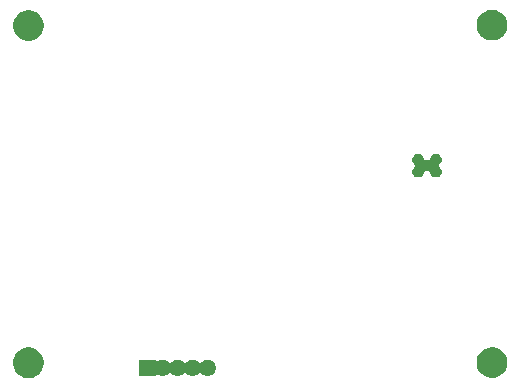
<source format=gbr>
G04 #@! TF.GenerationSoftware,KiCad,Pcbnew,(5.0.1)-4*
G04 #@! TF.CreationDate,2019-03-16T12:44:05-04:00*
G04 #@! TF.ProjectId,Wii reg,576969207265672E6B696361645F7063,rev?*
G04 #@! TF.SameCoordinates,Original*
G04 #@! TF.FileFunction,Soldermask,Bot*
G04 #@! TF.FilePolarity,Negative*
%FSLAX46Y46*%
G04 Gerber Fmt 4.6, Leading zero omitted, Abs format (unit mm)*
G04 Created by KiCad (PCBNEW (5.0.1)-4) date 3/16/2019 12:44:05 PM*
%MOMM*%
%LPD*%
G01*
G04 APERTURE LIST*
%ADD10C,0.100000*%
G04 APERTURE END LIST*
D10*
G36*
X190529196Y-113989958D02*
X190765780Y-114087954D01*
X190978705Y-114230226D01*
X191159774Y-114411295D01*
X191302046Y-114624220D01*
X191400042Y-114860804D01*
X191450000Y-115111960D01*
X191450000Y-115368040D01*
X191400042Y-115619196D01*
X191302046Y-115855780D01*
X191159774Y-116068705D01*
X190978705Y-116249774D01*
X190765780Y-116392046D01*
X190529196Y-116490042D01*
X190278040Y-116540000D01*
X190021960Y-116540000D01*
X189770804Y-116490042D01*
X189534220Y-116392046D01*
X189321295Y-116249774D01*
X189140226Y-116068705D01*
X188997954Y-115855780D01*
X188899958Y-115619196D01*
X188850000Y-115368040D01*
X188850000Y-115111960D01*
X188899958Y-114860804D01*
X188997954Y-114624220D01*
X189140226Y-114411295D01*
X189321295Y-114230226D01*
X189534220Y-114087954D01*
X189770804Y-113989958D01*
X190021960Y-113940000D01*
X190278040Y-113940000D01*
X190529196Y-113989958D01*
X190529196Y-113989958D01*
G37*
G36*
X229789196Y-113969958D02*
X230025780Y-114067954D01*
X230238705Y-114210226D01*
X230419774Y-114391295D01*
X230562046Y-114604220D01*
X230660042Y-114840804D01*
X230710000Y-115091960D01*
X230710000Y-115348040D01*
X230660042Y-115599196D01*
X230562046Y-115835780D01*
X230419774Y-116048705D01*
X230238705Y-116229774D01*
X230025780Y-116372046D01*
X229789196Y-116470042D01*
X229538040Y-116520000D01*
X229281960Y-116520000D01*
X229030804Y-116470042D01*
X228794220Y-116372046D01*
X228581295Y-116229774D01*
X228400226Y-116048705D01*
X228257954Y-115835780D01*
X228159958Y-115599196D01*
X228110000Y-115348040D01*
X228110000Y-115091960D01*
X228159958Y-114840804D01*
X228257954Y-114604220D01*
X228400226Y-114391295D01*
X228581295Y-114210226D01*
X228794220Y-114067954D01*
X229030804Y-113969958D01*
X229281960Y-113920000D01*
X229538040Y-113920000D01*
X229789196Y-113969958D01*
X229789196Y-113969958D01*
G37*
G36*
X200950000Y-114962400D02*
X200952402Y-114986786D01*
X200959515Y-115010235D01*
X200971066Y-115031846D01*
X200986612Y-115050788D01*
X201005554Y-115066334D01*
X201027165Y-115077885D01*
X201050614Y-115084998D01*
X201075000Y-115087400D01*
X201099386Y-115084998D01*
X201133924Y-115072640D01*
X201174806Y-115050788D01*
X201250825Y-115010155D01*
X201382776Y-114970128D01*
X201485610Y-114960000D01*
X201554390Y-114960000D01*
X201657224Y-114970128D01*
X201789175Y-115010155D01*
X201910781Y-115075155D01*
X202017370Y-115162630D01*
X202058380Y-115212601D01*
X202075701Y-115229922D01*
X202096076Y-115243536D01*
X202118715Y-115252914D01*
X202142748Y-115257694D01*
X202167252Y-115257694D01*
X202191286Y-115252913D01*
X202213925Y-115243536D01*
X202234299Y-115229922D01*
X202251620Y-115212601D01*
X202292630Y-115162630D01*
X202399219Y-115075155D01*
X202520825Y-115010155D01*
X202652776Y-114970128D01*
X202755610Y-114960000D01*
X202824390Y-114960000D01*
X202927224Y-114970128D01*
X203059175Y-115010155D01*
X203180781Y-115075155D01*
X203287370Y-115162630D01*
X203328380Y-115212601D01*
X203345701Y-115229922D01*
X203366076Y-115243536D01*
X203388715Y-115252914D01*
X203412748Y-115257694D01*
X203437252Y-115257694D01*
X203461286Y-115252913D01*
X203483925Y-115243536D01*
X203504299Y-115229922D01*
X203521620Y-115212601D01*
X203562630Y-115162630D01*
X203669219Y-115075155D01*
X203790825Y-115010155D01*
X203922776Y-114970128D01*
X204025610Y-114960000D01*
X204094390Y-114960000D01*
X204197224Y-114970128D01*
X204329175Y-115010155D01*
X204450781Y-115075155D01*
X204557370Y-115162630D01*
X204598380Y-115212601D01*
X204615701Y-115229922D01*
X204636076Y-115243536D01*
X204658715Y-115252914D01*
X204682748Y-115257694D01*
X204707252Y-115257694D01*
X204731286Y-115252913D01*
X204753925Y-115243536D01*
X204774299Y-115229922D01*
X204791620Y-115212601D01*
X204832630Y-115162630D01*
X204939219Y-115075155D01*
X205060825Y-115010155D01*
X205192776Y-114970128D01*
X205295610Y-114960000D01*
X205364390Y-114960000D01*
X205467224Y-114970128D01*
X205599175Y-115010155D01*
X205720781Y-115075155D01*
X205827370Y-115162630D01*
X205914845Y-115269219D01*
X205979845Y-115390825D01*
X206019872Y-115522776D01*
X206033387Y-115660000D01*
X206019872Y-115797224D01*
X205979845Y-115929175D01*
X205914845Y-116050781D01*
X205827370Y-116157370D01*
X205720781Y-116244845D01*
X205599175Y-116309845D01*
X205467224Y-116349872D01*
X205364390Y-116360000D01*
X205295610Y-116360000D01*
X205192776Y-116349872D01*
X205060825Y-116309845D01*
X204939219Y-116244845D01*
X204832630Y-116157370D01*
X204791620Y-116107399D01*
X204774299Y-116090078D01*
X204753924Y-116076464D01*
X204731285Y-116067086D01*
X204707252Y-116062306D01*
X204682748Y-116062306D01*
X204658714Y-116067087D01*
X204636075Y-116076464D01*
X204615701Y-116090078D01*
X204598380Y-116107399D01*
X204557370Y-116157370D01*
X204450781Y-116244845D01*
X204329175Y-116309845D01*
X204197224Y-116349872D01*
X204094390Y-116360000D01*
X204025610Y-116360000D01*
X203922776Y-116349872D01*
X203790825Y-116309845D01*
X203669219Y-116244845D01*
X203562630Y-116157370D01*
X203521620Y-116107399D01*
X203504299Y-116090078D01*
X203483924Y-116076464D01*
X203461285Y-116067086D01*
X203437252Y-116062306D01*
X203412748Y-116062306D01*
X203388714Y-116067087D01*
X203366075Y-116076464D01*
X203345701Y-116090078D01*
X203328380Y-116107399D01*
X203287370Y-116157370D01*
X203180781Y-116244845D01*
X203059175Y-116309845D01*
X202927224Y-116349872D01*
X202824390Y-116360000D01*
X202755610Y-116360000D01*
X202652776Y-116349872D01*
X202520825Y-116309845D01*
X202399219Y-116244845D01*
X202292630Y-116157370D01*
X202251620Y-116107399D01*
X202234299Y-116090078D01*
X202213924Y-116076464D01*
X202191285Y-116067086D01*
X202167252Y-116062306D01*
X202142748Y-116062306D01*
X202118714Y-116067087D01*
X202096075Y-116076464D01*
X202075701Y-116090078D01*
X202058380Y-116107399D01*
X202017370Y-116157370D01*
X201910781Y-116244845D01*
X201789175Y-116309845D01*
X201657224Y-116349872D01*
X201554390Y-116360000D01*
X201485610Y-116360000D01*
X201382776Y-116349872D01*
X201250825Y-116309845D01*
X201133925Y-116247360D01*
X201111285Y-116237982D01*
X201087252Y-116233202D01*
X201062747Y-116233202D01*
X201038714Y-116237983D01*
X201016075Y-116247360D01*
X200995700Y-116260974D01*
X200978373Y-116278301D01*
X200964760Y-116298676D01*
X200955382Y-116321315D01*
X200950000Y-116357600D01*
X200950000Y-116360000D01*
X199550000Y-116360000D01*
X199550000Y-114960000D01*
X200950000Y-114960000D01*
X200950000Y-114962400D01*
X200950000Y-114962400D01*
G37*
G36*
X223295845Y-97559215D02*
X223386839Y-97596906D01*
X223467640Y-97650896D01*
X223468734Y-97651627D01*
X223538373Y-97721266D01*
X223593095Y-97803163D01*
X223630785Y-97894155D01*
X223642677Y-97953941D01*
X223649790Y-97977390D01*
X223661341Y-97999000D01*
X223676887Y-98017943D01*
X223695829Y-98033488D01*
X223717440Y-98045039D01*
X223740889Y-98052152D01*
X223765275Y-98054554D01*
X223789661Y-98052152D01*
X223850753Y-98040000D01*
X223949247Y-98040000D01*
X224010339Y-98052152D01*
X224034725Y-98054554D01*
X224059111Y-98052152D01*
X224082560Y-98045039D01*
X224104171Y-98033488D01*
X224123113Y-98017942D01*
X224138659Y-97999000D01*
X224150210Y-97977389D01*
X224157323Y-97953941D01*
X224169215Y-97894155D01*
X224206905Y-97803163D01*
X224261627Y-97721266D01*
X224331266Y-97651627D01*
X224332360Y-97650896D01*
X224413161Y-97596906D01*
X224504155Y-97559215D01*
X224600754Y-97540000D01*
X224699246Y-97540000D01*
X224795845Y-97559215D01*
X224886839Y-97596906D01*
X224967640Y-97650896D01*
X224968734Y-97651627D01*
X225038373Y-97721266D01*
X225093095Y-97803163D01*
X225130785Y-97894155D01*
X225150000Y-97990755D01*
X225150000Y-98089245D01*
X225130785Y-98185845D01*
X225093095Y-98276837D01*
X225038373Y-98358734D01*
X224968732Y-98428375D01*
X224957220Y-98436067D01*
X224938278Y-98451612D01*
X224922733Y-98470554D01*
X224911182Y-98492165D01*
X224904069Y-98515614D01*
X224901667Y-98540000D01*
X224904069Y-98564387D01*
X224911182Y-98587836D01*
X224922734Y-98609447D01*
X224938279Y-98628389D01*
X224957220Y-98643933D01*
X224968732Y-98651625D01*
X225038373Y-98721266D01*
X225093095Y-98803163D01*
X225130785Y-98894155D01*
X225150000Y-98990755D01*
X225150000Y-99089245D01*
X225130785Y-99185845D01*
X225093095Y-99276837D01*
X225038373Y-99358734D01*
X224968734Y-99428373D01*
X224968731Y-99428375D01*
X224886839Y-99483094D01*
X224795845Y-99520785D01*
X224699246Y-99540000D01*
X224600754Y-99540000D01*
X224504155Y-99520785D01*
X224413161Y-99483094D01*
X224331269Y-99428375D01*
X224331266Y-99428373D01*
X224261627Y-99358734D01*
X224206905Y-99276837D01*
X224169215Y-99185845D01*
X224157323Y-99126059D01*
X224150210Y-99102610D01*
X224138659Y-99081000D01*
X224123113Y-99062057D01*
X224104171Y-99046512D01*
X224082560Y-99034961D01*
X224059111Y-99027848D01*
X224034725Y-99025446D01*
X224010339Y-99027848D01*
X223949247Y-99040000D01*
X223850753Y-99040000D01*
X223789661Y-99027848D01*
X223765275Y-99025446D01*
X223740889Y-99027848D01*
X223717440Y-99034961D01*
X223695829Y-99046512D01*
X223676887Y-99062058D01*
X223661341Y-99081000D01*
X223649790Y-99102611D01*
X223642677Y-99126059D01*
X223630785Y-99185845D01*
X223593095Y-99276837D01*
X223538373Y-99358734D01*
X223468734Y-99428373D01*
X223468731Y-99428375D01*
X223386839Y-99483094D01*
X223295845Y-99520785D01*
X223199246Y-99540000D01*
X223100754Y-99540000D01*
X223004155Y-99520785D01*
X222913161Y-99483094D01*
X222831269Y-99428375D01*
X222831266Y-99428373D01*
X222761627Y-99358734D01*
X222706905Y-99276837D01*
X222669215Y-99185845D01*
X222650000Y-99089245D01*
X222650000Y-98990755D01*
X222669215Y-98894155D01*
X222706905Y-98803163D01*
X222761627Y-98721266D01*
X222831268Y-98651625D01*
X222842780Y-98643933D01*
X222861722Y-98628388D01*
X222877267Y-98609446D01*
X222888818Y-98587835D01*
X222895931Y-98564386D01*
X222898333Y-98540000D01*
X222895931Y-98515613D01*
X222888818Y-98492164D01*
X222877266Y-98470553D01*
X222861721Y-98451611D01*
X222842780Y-98436067D01*
X222831268Y-98428375D01*
X222761627Y-98358734D01*
X222706905Y-98276837D01*
X222669215Y-98185845D01*
X222650000Y-98089245D01*
X222650000Y-97990755D01*
X222669215Y-97894155D01*
X222706905Y-97803163D01*
X222761627Y-97721266D01*
X222831266Y-97651627D01*
X222832360Y-97650896D01*
X222913161Y-97596906D01*
X223004155Y-97559215D01*
X223100754Y-97540000D01*
X223199246Y-97540000D01*
X223295845Y-97559215D01*
X223295845Y-97559215D01*
G37*
G36*
X190539196Y-85419958D02*
X190775780Y-85517954D01*
X190988705Y-85660226D01*
X191169774Y-85841295D01*
X191312046Y-86054220D01*
X191410042Y-86290804D01*
X191460000Y-86541960D01*
X191460000Y-86798040D01*
X191410042Y-87049196D01*
X191312046Y-87285780D01*
X191169774Y-87498705D01*
X190988705Y-87679774D01*
X190775780Y-87822046D01*
X190539196Y-87920042D01*
X190288040Y-87970000D01*
X190031960Y-87970000D01*
X189780804Y-87920042D01*
X189544220Y-87822046D01*
X189331295Y-87679774D01*
X189150226Y-87498705D01*
X189007954Y-87285780D01*
X188909958Y-87049196D01*
X188860000Y-86798040D01*
X188860000Y-86541960D01*
X188909958Y-86290804D01*
X189007954Y-86054220D01*
X189150226Y-85841295D01*
X189331295Y-85660226D01*
X189544220Y-85517954D01*
X189780804Y-85419958D01*
X190031960Y-85370000D01*
X190288040Y-85370000D01*
X190539196Y-85419958D01*
X190539196Y-85419958D01*
G37*
G36*
X229779196Y-85399958D02*
X230015780Y-85497954D01*
X230228705Y-85640226D01*
X230409774Y-85821295D01*
X230552046Y-86034220D01*
X230650042Y-86270804D01*
X230700000Y-86521960D01*
X230700000Y-86778040D01*
X230650042Y-87029196D01*
X230552046Y-87265780D01*
X230409774Y-87478705D01*
X230228705Y-87659774D01*
X230015780Y-87802046D01*
X229779196Y-87900042D01*
X229528040Y-87950000D01*
X229271960Y-87950000D01*
X229020804Y-87900042D01*
X228784220Y-87802046D01*
X228571295Y-87659774D01*
X228390226Y-87478705D01*
X228247954Y-87265780D01*
X228149958Y-87029196D01*
X228100000Y-86778040D01*
X228100000Y-86521960D01*
X228149958Y-86270804D01*
X228247954Y-86034220D01*
X228390226Y-85821295D01*
X228571295Y-85640226D01*
X228784220Y-85497954D01*
X229020804Y-85399958D01*
X229271960Y-85350000D01*
X229528040Y-85350000D01*
X229779196Y-85399958D01*
X229779196Y-85399958D01*
G37*
M02*

</source>
